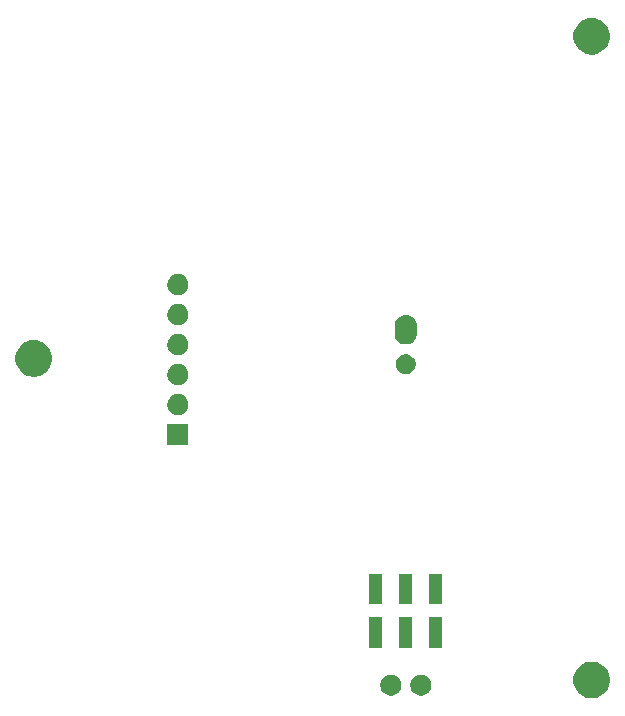
<source format=gbs>
G04 #@! TF.GenerationSoftware,KiCad,Pcbnew,(5.1.6)-1*
G04 #@! TF.CreationDate,2021-11-15T16:14:39+01:00*
G04 #@! TF.ProjectId,SoundModulev2,536f756e-644d-46f6-9475-6c6576322e6b,rev?*
G04 #@! TF.SameCoordinates,Original*
G04 #@! TF.FileFunction,Soldermask,Bot*
G04 #@! TF.FilePolarity,Negative*
%FSLAX46Y46*%
G04 Gerber Fmt 4.6, Leading zero omitted, Abs format (unit mm)*
G04 Created by KiCad (PCBNEW (5.1.6)-1) date 2021-11-15 16:14:39*
%MOMM*%
%LPD*%
G01*
G04 APERTURE LIST*
%ADD10C,0.100000*%
G04 APERTURE END LIST*
D10*
G36*
X138549705Y-103690682D02*
G01*
X138699530Y-103720484D01*
X138981794Y-103837401D01*
X139235825Y-104007139D01*
X139451861Y-104223175D01*
X139621599Y-104477206D01*
X139738516Y-104759470D01*
X139798120Y-105059120D01*
X139798120Y-105364640D01*
X139738516Y-105664290D01*
X139621599Y-105946554D01*
X139451861Y-106200585D01*
X139235825Y-106416621D01*
X138981794Y-106586359D01*
X138699530Y-106703276D01*
X138549705Y-106733078D01*
X138399881Y-106762880D01*
X138094359Y-106762880D01*
X137944535Y-106733078D01*
X137794710Y-106703276D01*
X137512446Y-106586359D01*
X137258415Y-106416621D01*
X137042379Y-106200585D01*
X136872641Y-105946554D01*
X136755724Y-105664290D01*
X136696120Y-105364640D01*
X136696120Y-105059120D01*
X136755724Y-104759470D01*
X136872641Y-104477206D01*
X137042379Y-104223175D01*
X137258415Y-104007139D01*
X137512446Y-103837401D01*
X137794710Y-103720484D01*
X137944535Y-103690682D01*
X138094359Y-103660880D01*
X138399881Y-103660880D01*
X138549705Y-103690682D01*
G37*
G36*
X124029015Y-104786920D02*
G01*
X124191165Y-104854085D01*
X124191167Y-104854086D01*
X124337099Y-104951595D01*
X124461205Y-105075701D01*
X124558715Y-105221635D01*
X124625880Y-105383785D01*
X124660120Y-105555923D01*
X124660120Y-105731437D01*
X124625880Y-105903575D01*
X124608077Y-105946554D01*
X124558714Y-106065727D01*
X124461205Y-106211659D01*
X124337099Y-106335765D01*
X124191167Y-106433274D01*
X124191166Y-106433275D01*
X124191165Y-106433275D01*
X124029015Y-106500440D01*
X123856877Y-106534680D01*
X123681363Y-106534680D01*
X123509225Y-106500440D01*
X123347075Y-106433275D01*
X123347074Y-106433275D01*
X123347073Y-106433274D01*
X123201141Y-106335765D01*
X123077035Y-106211659D01*
X122979526Y-106065727D01*
X122930163Y-105946554D01*
X122912360Y-105903575D01*
X122878120Y-105731437D01*
X122878120Y-105555923D01*
X122912360Y-105383785D01*
X122979525Y-105221635D01*
X123077035Y-105075701D01*
X123201141Y-104951595D01*
X123347073Y-104854086D01*
X123347075Y-104854085D01*
X123509225Y-104786920D01*
X123681363Y-104752680D01*
X123856877Y-104752680D01*
X124029015Y-104786920D01*
G37*
G36*
X121489015Y-104786920D02*
G01*
X121651165Y-104854085D01*
X121651167Y-104854086D01*
X121797099Y-104951595D01*
X121921205Y-105075701D01*
X122018715Y-105221635D01*
X122085880Y-105383785D01*
X122120120Y-105555923D01*
X122120120Y-105731437D01*
X122085880Y-105903575D01*
X122068077Y-105946554D01*
X122018714Y-106065727D01*
X121921205Y-106211659D01*
X121797099Y-106335765D01*
X121651167Y-106433274D01*
X121651166Y-106433275D01*
X121651165Y-106433275D01*
X121489015Y-106500440D01*
X121316877Y-106534680D01*
X121141363Y-106534680D01*
X120969225Y-106500440D01*
X120807075Y-106433275D01*
X120807074Y-106433275D01*
X120807073Y-106433274D01*
X120661141Y-106335765D01*
X120537035Y-106211659D01*
X120439526Y-106065727D01*
X120390163Y-105946554D01*
X120372360Y-105903575D01*
X120338120Y-105731437D01*
X120338120Y-105555923D01*
X120372360Y-105383785D01*
X120439525Y-105221635D01*
X120537035Y-105075701D01*
X120661141Y-104951595D01*
X120807073Y-104854086D01*
X120807075Y-104854085D01*
X120969225Y-104786920D01*
X121141363Y-104752680D01*
X121316877Y-104752680D01*
X121489015Y-104786920D01*
G37*
G36*
X120510120Y-102494680D02*
G01*
X119408120Y-102494680D01*
X119408120Y-99892680D01*
X120510120Y-99892680D01*
X120510120Y-102494680D01*
G37*
G36*
X123050120Y-102494680D02*
G01*
X121948120Y-102494680D01*
X121948120Y-99892680D01*
X123050120Y-99892680D01*
X123050120Y-102494680D01*
G37*
G36*
X125590120Y-102494680D02*
G01*
X124488120Y-102494680D01*
X124488120Y-99892680D01*
X125590120Y-99892680D01*
X125590120Y-102494680D01*
G37*
G36*
X125590120Y-98794680D02*
G01*
X124488120Y-98794680D01*
X124488120Y-96192680D01*
X125590120Y-96192680D01*
X125590120Y-98794680D01*
G37*
G36*
X123050120Y-98794680D02*
G01*
X121948120Y-98794680D01*
X121948120Y-96192680D01*
X123050120Y-96192680D01*
X123050120Y-98794680D01*
G37*
G36*
X120510120Y-98794680D02*
G01*
X119408120Y-98794680D01*
X119408120Y-96192680D01*
X120510120Y-96192680D01*
X120510120Y-98794680D01*
G37*
G36*
X104096120Y-85335680D02*
G01*
X102294120Y-85335680D01*
X102294120Y-83533680D01*
X104096120Y-83533680D01*
X104096120Y-85335680D01*
G37*
G36*
X103308632Y-80998607D02*
G01*
X103457932Y-81028304D01*
X103621904Y-81096224D01*
X103769474Y-81194827D01*
X103894973Y-81320326D01*
X103993576Y-81467896D01*
X104061496Y-81631868D01*
X104096120Y-81805939D01*
X104096120Y-81983421D01*
X104061496Y-82157492D01*
X103993576Y-82321464D01*
X103894973Y-82469034D01*
X103769474Y-82594533D01*
X103621904Y-82693136D01*
X103457932Y-82761056D01*
X103308632Y-82790753D01*
X103283862Y-82795680D01*
X103106378Y-82795680D01*
X103081608Y-82790753D01*
X102932308Y-82761056D01*
X102768336Y-82693136D01*
X102620766Y-82594533D01*
X102495267Y-82469034D01*
X102396664Y-82321464D01*
X102328744Y-82157492D01*
X102294120Y-81983421D01*
X102294120Y-81805939D01*
X102328744Y-81631868D01*
X102396664Y-81467896D01*
X102495267Y-81320326D01*
X102620766Y-81194827D01*
X102768336Y-81096224D01*
X102932308Y-81028304D01*
X103081608Y-80998607D01*
X103106378Y-80993680D01*
X103283862Y-80993680D01*
X103308632Y-80998607D01*
G37*
G36*
X103308632Y-78458607D02*
G01*
X103457932Y-78488304D01*
X103621904Y-78556224D01*
X103769474Y-78654827D01*
X103894973Y-78780326D01*
X103993576Y-78927896D01*
X104061496Y-79091868D01*
X104096120Y-79265939D01*
X104096120Y-79443421D01*
X104061496Y-79617492D01*
X103993576Y-79781464D01*
X103894973Y-79929034D01*
X103769474Y-80054533D01*
X103621904Y-80153136D01*
X103457932Y-80221056D01*
X103308632Y-80250753D01*
X103283862Y-80255680D01*
X103106378Y-80255680D01*
X103081608Y-80250753D01*
X102932308Y-80221056D01*
X102768336Y-80153136D01*
X102620766Y-80054533D01*
X102495267Y-79929034D01*
X102396664Y-79781464D01*
X102328744Y-79617492D01*
X102294120Y-79443421D01*
X102294120Y-79265939D01*
X102328744Y-79091868D01*
X102396664Y-78927896D01*
X102495267Y-78780326D01*
X102620766Y-78654827D01*
X102768336Y-78556224D01*
X102932308Y-78488304D01*
X103081608Y-78458607D01*
X103106378Y-78453680D01*
X103283862Y-78453680D01*
X103308632Y-78458607D01*
G37*
G36*
X91305705Y-76461882D02*
G01*
X91455530Y-76491684D01*
X91737794Y-76608601D01*
X91991825Y-76778339D01*
X92207861Y-76994375D01*
X92377599Y-77248406D01*
X92494516Y-77530670D01*
X92554120Y-77830320D01*
X92554120Y-78135840D01*
X92494516Y-78435490D01*
X92377599Y-78717754D01*
X92207861Y-78971785D01*
X91991825Y-79187821D01*
X91737794Y-79357559D01*
X91455530Y-79474476D01*
X91305705Y-79504278D01*
X91155881Y-79534080D01*
X90850359Y-79534080D01*
X90700535Y-79504278D01*
X90550710Y-79474476D01*
X90268446Y-79357559D01*
X90014415Y-79187821D01*
X89798379Y-78971785D01*
X89628641Y-78717754D01*
X89511724Y-78435490D01*
X89452120Y-78135840D01*
X89452120Y-77830320D01*
X89511724Y-77530670D01*
X89628641Y-77248406D01*
X89798379Y-76994375D01*
X90014415Y-76778339D01*
X90268446Y-76608601D01*
X90550710Y-76491684D01*
X90700535Y-76461882D01*
X90850359Y-76432080D01*
X91155881Y-76432080D01*
X91305705Y-76461882D01*
G37*
G36*
X122741514Y-77666614D02*
G01*
X122892744Y-77729256D01*
X122892746Y-77729257D01*
X123028852Y-77820200D01*
X123144600Y-77935948D01*
X123235543Y-78072054D01*
X123235544Y-78072056D01*
X123298186Y-78223286D01*
X123330120Y-78383832D01*
X123330120Y-78547528D01*
X123298186Y-78708074D01*
X123235544Y-78859304D01*
X123235543Y-78859306D01*
X123144600Y-78995412D01*
X123028852Y-79111160D01*
X122892746Y-79202103D01*
X122892745Y-79202104D01*
X122892744Y-79202104D01*
X122741514Y-79264746D01*
X122580968Y-79296680D01*
X122417272Y-79296680D01*
X122256726Y-79264746D01*
X122105496Y-79202104D01*
X122105495Y-79202104D01*
X122105494Y-79202103D01*
X121969388Y-79111160D01*
X121853640Y-78995412D01*
X121762697Y-78859306D01*
X121762696Y-78859304D01*
X121700054Y-78708074D01*
X121668120Y-78547528D01*
X121668120Y-78383832D01*
X121700054Y-78223286D01*
X121762696Y-78072056D01*
X121762697Y-78072054D01*
X121853640Y-77935948D01*
X121969388Y-77820200D01*
X122105494Y-77729257D01*
X122105496Y-77729256D01*
X122256726Y-77666614D01*
X122417272Y-77634680D01*
X122580968Y-77634680D01*
X122741514Y-77666614D01*
G37*
G36*
X103308632Y-75918607D02*
G01*
X103457932Y-75948304D01*
X103621904Y-76016224D01*
X103769474Y-76114827D01*
X103894973Y-76240326D01*
X103993576Y-76387896D01*
X104061496Y-76551868D01*
X104096120Y-76725939D01*
X104096120Y-76903421D01*
X104061496Y-77077492D01*
X103993576Y-77241464D01*
X103894973Y-77389034D01*
X103769474Y-77514533D01*
X103621904Y-77613136D01*
X103457932Y-77681056D01*
X103308632Y-77710753D01*
X103283862Y-77715680D01*
X103106378Y-77715680D01*
X103081608Y-77710753D01*
X102932308Y-77681056D01*
X102768336Y-77613136D01*
X102620766Y-77514533D01*
X102495267Y-77389034D01*
X102396664Y-77241464D01*
X102328744Y-77077492D01*
X102294120Y-76903421D01*
X102294120Y-76725939D01*
X102328744Y-76551868D01*
X102396664Y-76387896D01*
X102495267Y-76240326D01*
X102620766Y-76114827D01*
X102768336Y-76016224D01*
X102932308Y-75948304D01*
X103081608Y-75918607D01*
X103106378Y-75913680D01*
X103283862Y-75913680D01*
X103308632Y-75918607D01*
G37*
G36*
X122685544Y-74307440D02*
G01*
X122685547Y-74307441D01*
X122685548Y-74307441D01*
X122864812Y-74361820D01*
X122864815Y-74361822D01*
X122864816Y-74361822D01*
X123030023Y-74450126D01*
X123174832Y-74568968D01*
X123293674Y-74713777D01*
X123365969Y-74849033D01*
X123381980Y-74878987D01*
X123381980Y-74878988D01*
X123436360Y-75058255D01*
X123450120Y-75197962D01*
X123450120Y-75891397D01*
X123436360Y-76031104D01*
X123436359Y-76031106D01*
X123436359Y-76031109D01*
X123381980Y-76210373D01*
X123381978Y-76210376D01*
X123293674Y-76375583D01*
X123174832Y-76520392D01*
X123030023Y-76639234D01*
X122864817Y-76727538D01*
X122864813Y-76727540D01*
X122685549Y-76781919D01*
X122685548Y-76781919D01*
X122685545Y-76781920D01*
X122499120Y-76800281D01*
X122312696Y-76781920D01*
X122312693Y-76781919D01*
X122312692Y-76781919D01*
X122133428Y-76727540D01*
X122133424Y-76727538D01*
X121968218Y-76639234D01*
X121823409Y-76520392D01*
X121704567Y-76375583D01*
X121616260Y-76210372D01*
X121561880Y-76031110D01*
X121548120Y-75891398D01*
X121548120Y-75197963D01*
X121561880Y-75058256D01*
X121561881Y-75058252D01*
X121616260Y-74878988D01*
X121616263Y-74878983D01*
X121704566Y-74713777D01*
X121823408Y-74568968D01*
X121968217Y-74450126D01*
X122133423Y-74361822D01*
X122133424Y-74361822D01*
X122133427Y-74361820D01*
X122312691Y-74307441D01*
X122312692Y-74307441D01*
X122312695Y-74307440D01*
X122499120Y-74289079D01*
X122685544Y-74307440D01*
G37*
G36*
X103308632Y-73378607D02*
G01*
X103457932Y-73408304D01*
X103621904Y-73476224D01*
X103769474Y-73574827D01*
X103894973Y-73700326D01*
X103993576Y-73847896D01*
X104061496Y-74011868D01*
X104096120Y-74185939D01*
X104096120Y-74363421D01*
X104061496Y-74537492D01*
X103993576Y-74701464D01*
X103894973Y-74849034D01*
X103769474Y-74974533D01*
X103621904Y-75073136D01*
X103457932Y-75141056D01*
X103308632Y-75170753D01*
X103283862Y-75175680D01*
X103106378Y-75175680D01*
X103081608Y-75170753D01*
X102932308Y-75141056D01*
X102768336Y-75073136D01*
X102620766Y-74974533D01*
X102495267Y-74849034D01*
X102396664Y-74701464D01*
X102328744Y-74537492D01*
X102294120Y-74363421D01*
X102294120Y-74185939D01*
X102328744Y-74011868D01*
X102396664Y-73847896D01*
X102495267Y-73700326D01*
X102620766Y-73574827D01*
X102768336Y-73476224D01*
X102932308Y-73408304D01*
X103081608Y-73378607D01*
X103106378Y-73373680D01*
X103283862Y-73373680D01*
X103308632Y-73378607D01*
G37*
G36*
X103308632Y-70838607D02*
G01*
X103457932Y-70868304D01*
X103621904Y-70936224D01*
X103769474Y-71034827D01*
X103894973Y-71160326D01*
X103993576Y-71307896D01*
X104061496Y-71471868D01*
X104096120Y-71645939D01*
X104096120Y-71823421D01*
X104061496Y-71997492D01*
X103993576Y-72161464D01*
X103894973Y-72309034D01*
X103769474Y-72434533D01*
X103621904Y-72533136D01*
X103457932Y-72601056D01*
X103308632Y-72630753D01*
X103283862Y-72635680D01*
X103106378Y-72635680D01*
X103081608Y-72630753D01*
X102932308Y-72601056D01*
X102768336Y-72533136D01*
X102620766Y-72434533D01*
X102495267Y-72309034D01*
X102396664Y-72161464D01*
X102328744Y-71997492D01*
X102294120Y-71823421D01*
X102294120Y-71645939D01*
X102328744Y-71471868D01*
X102396664Y-71307896D01*
X102495267Y-71160326D01*
X102620766Y-71034827D01*
X102768336Y-70936224D01*
X102932308Y-70868304D01*
X103081608Y-70838607D01*
X103106378Y-70833680D01*
X103283862Y-70833680D01*
X103308632Y-70838607D01*
G37*
G36*
X138549705Y-49182282D02*
G01*
X138699530Y-49212084D01*
X138981794Y-49329001D01*
X139235825Y-49498739D01*
X139451861Y-49714775D01*
X139621599Y-49968806D01*
X139738516Y-50251070D01*
X139798120Y-50550720D01*
X139798120Y-50856240D01*
X139738516Y-51155890D01*
X139621599Y-51438154D01*
X139451861Y-51692185D01*
X139235825Y-51908221D01*
X138981794Y-52077959D01*
X138699530Y-52194876D01*
X138549705Y-52224678D01*
X138399881Y-52254480D01*
X138094359Y-52254480D01*
X137944535Y-52224678D01*
X137794710Y-52194876D01*
X137512446Y-52077959D01*
X137258415Y-51908221D01*
X137042379Y-51692185D01*
X136872641Y-51438154D01*
X136755724Y-51155890D01*
X136696120Y-50856240D01*
X136696120Y-50550720D01*
X136755724Y-50251070D01*
X136872641Y-49968806D01*
X137042379Y-49714775D01*
X137258415Y-49498739D01*
X137512446Y-49329001D01*
X137794710Y-49212084D01*
X137944535Y-49182282D01*
X138094359Y-49152480D01*
X138399881Y-49152480D01*
X138549705Y-49182282D01*
G37*
M02*

</source>
